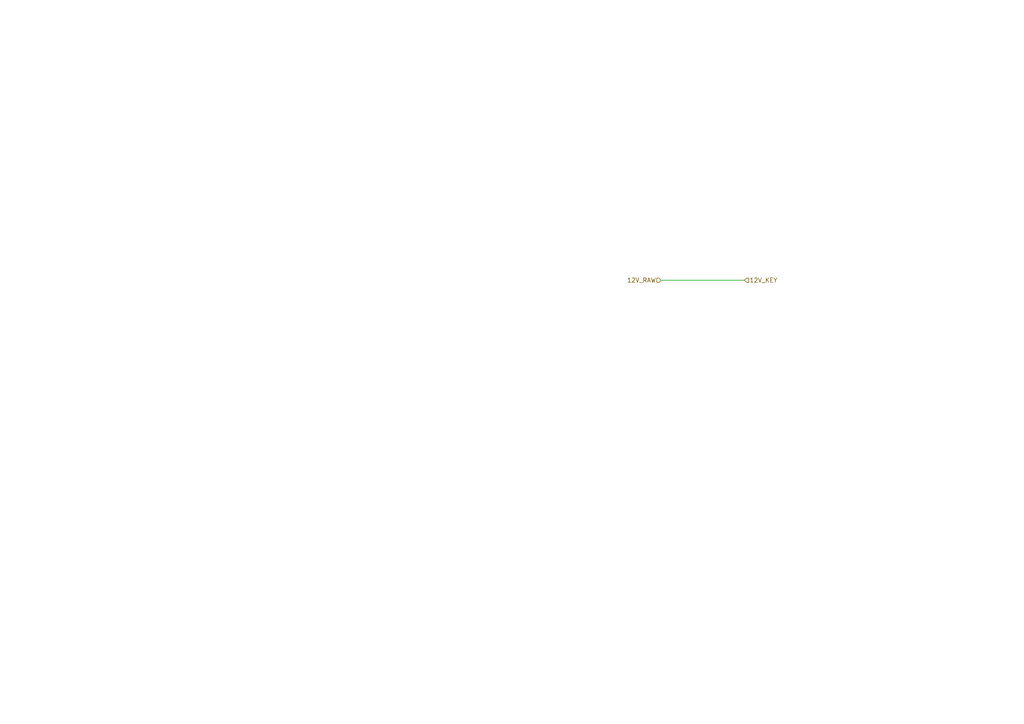
<source format=kicad_sch>
(kicad_sch (version 20211123) (generator eeschema)
  (paper "A4")
  (lib_symbols)
  (wire (pts (xy 191.77 81.28) (xy 215.9 81.28)))
  (hierarchical_label "12V_KEY" (shape input) (at 215.9 81.28 0))
  (hierarchical_label "12V_RAW" (shape input) (at 191.77 81.28 180))
)
</source>
